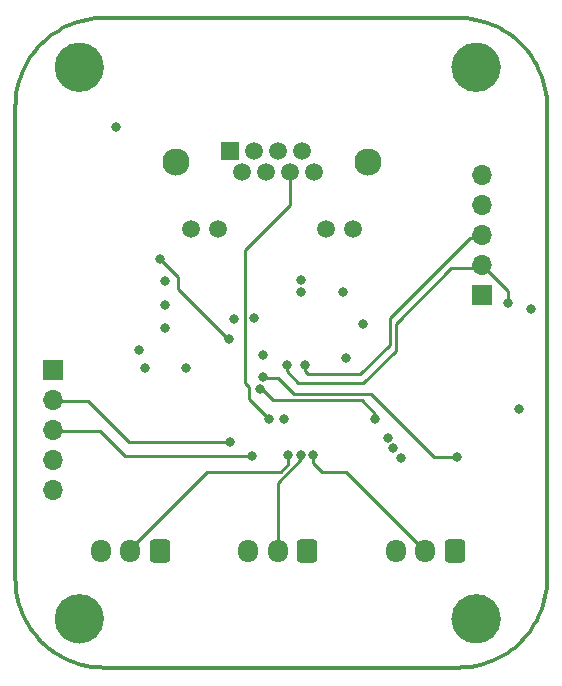
<source format=gbr>
%TF.GenerationSoftware,KiCad,Pcbnew,6.0.10+dfsg-1~bpo11+1*%
%TF.CreationDate,2023-01-30T12:17:40-06:00*%
%TF.ProjectId,Pedals,50656461-6c73-42e6-9b69-6361645f7063,rev?*%
%TF.SameCoordinates,Original*%
%TF.FileFunction,Copper,L2,Inr*%
%TF.FilePolarity,Positive*%
%FSLAX46Y46*%
G04 Gerber Fmt 4.6, Leading zero omitted, Abs format (unit mm)*
G04 Created by KiCad (PCBNEW 6.0.10+dfsg-1~bpo11+1) date 2023-01-30 12:17:40*
%MOMM*%
%LPD*%
G01*
G04 APERTURE LIST*
G04 Aperture macros list*
%AMRoundRect*
0 Rectangle with rounded corners*
0 $1 Rounding radius*
0 $2 $3 $4 $5 $6 $7 $8 $9 X,Y pos of 4 corners*
0 Add a 4 corners polygon primitive as box body*
4,1,4,$2,$3,$4,$5,$6,$7,$8,$9,$2,$3,0*
0 Add four circle primitives for the rounded corners*
1,1,$1+$1,$2,$3*
1,1,$1+$1,$4,$5*
1,1,$1+$1,$6,$7*
1,1,$1+$1,$8,$9*
0 Add four rect primitives between the rounded corners*
20,1,$1+$1,$2,$3,$4,$5,0*
20,1,$1+$1,$4,$5,$6,$7,0*
20,1,$1+$1,$6,$7,$8,$9,0*
20,1,$1+$1,$8,$9,$2,$3,0*%
G04 Aperture macros list end*
%TA.AperFunction,Profile*%
%ADD10C,0.349999*%
%TD*%
%TA.AperFunction,Profile*%
%ADD11C,2.075000*%
%TD*%
%TA.AperFunction,ComponentPad*%
%ADD12RoundRect,0.250000X0.600000X0.725000X-0.600000X0.725000X-0.600000X-0.725000X0.600000X-0.725000X0*%
%TD*%
%TA.AperFunction,ComponentPad*%
%ADD13O,1.700000X1.950000*%
%TD*%
%TA.AperFunction,ComponentPad*%
%ADD14R,1.500000X1.500000*%
%TD*%
%TA.AperFunction,ComponentPad*%
%ADD15C,1.500000*%
%TD*%
%TA.AperFunction,ComponentPad*%
%ADD16C,2.300000*%
%TD*%
%TA.AperFunction,ComponentPad*%
%ADD17R,1.700000X1.700000*%
%TD*%
%TA.AperFunction,ComponentPad*%
%ADD18O,1.700000X1.700000*%
%TD*%
%TA.AperFunction,ViaPad*%
%ADD19C,0.800000*%
%TD*%
%TA.AperFunction,Conductor*%
%ADD20C,0.250000*%
%TD*%
G04 APERTURE END LIST*
D10*
X125183550Y-75797418D02*
X125363960Y-75478420D01*
X166262042Y-73300778D02*
X166553182Y-73527581D01*
X124624190Y-121510361D02*
X124526193Y-121157226D01*
X124336701Y-78587814D02*
X124382194Y-78221573D01*
X161799997Y-71829097D02*
X162171901Y-71838314D01*
X129971872Y-126602905D02*
X129618736Y-126504908D01*
X131058717Y-71865797D02*
X131428097Y-71838314D01*
X169299997Y-79329097D02*
X169299997Y-119329097D01*
X168416448Y-75797418D02*
X168580885Y-76124473D01*
X126766193Y-124888857D02*
X126496700Y-124632400D01*
X129971872Y-72055289D02*
X130329990Y-71974539D01*
X167359757Y-74295289D02*
X167601514Y-74575913D01*
X163270007Y-71974539D02*
X163628126Y-72055289D01*
X169290780Y-119701000D02*
X169263297Y-120070380D01*
X163981261Y-126504908D02*
X163628126Y-126602905D01*
X124382194Y-78221573D02*
X124445443Y-77859086D01*
X131800000Y-126829097D02*
X131428097Y-126819879D01*
X127337956Y-73300778D02*
X127638996Y-73089185D01*
X131428097Y-126819879D02*
X131058717Y-126792397D01*
X126240242Y-74295289D02*
X126496700Y-74025796D01*
X165650675Y-125765138D02*
X165331676Y-125945548D01*
X169154555Y-120799107D02*
X169073805Y-121157226D01*
X168580885Y-76124473D02*
X168729094Y-76458971D01*
X124870904Y-76458971D02*
X125019113Y-76124473D01*
X166553182Y-73527581D02*
X166833806Y-73769338D01*
X163628126Y-72055289D02*
X163981261Y-72153286D01*
X127949323Y-72893056D02*
X128268322Y-72712646D01*
X168860820Y-121857898D02*
X168729094Y-122199223D01*
X125363960Y-123179774D02*
X125183550Y-122860776D01*
X167601514Y-124082282D02*
X167359757Y-124362906D01*
X129618736Y-126504908D02*
X129271199Y-126389919D01*
X124336701Y-120070380D02*
X124309218Y-119701000D01*
X130692477Y-71911290D02*
X131058717Y-71865797D01*
X161799997Y-126829097D02*
X131800000Y-126829097D01*
X125998484Y-124082282D02*
X125771682Y-123791142D01*
X169073805Y-77500968D02*
X169154555Y-77859086D01*
X163628126Y-126602905D02*
X163270007Y-126683655D01*
X168975808Y-77147833D02*
X169073805Y-77500968D01*
X164328798Y-126389919D02*
X163981261Y-126504908D01*
X127337956Y-125357417D02*
X127046816Y-125130614D01*
X124309218Y-119701000D02*
X124300001Y-119329097D01*
D11*
X130737500Y-76000000D02*
G75*
G03*
X130737500Y-76000000I-1037500J0D01*
G01*
D10*
X161799997Y-71829097D02*
X161799997Y-71829097D01*
X129618736Y-72153286D02*
X129971872Y-72055289D01*
X125771682Y-123791142D02*
X125560089Y-123490101D01*
X124300001Y-79329097D02*
X124309218Y-78957193D01*
X127046816Y-125130614D02*
X126766193Y-124888857D01*
X124739178Y-76800295D02*
X124870904Y-76458971D01*
X126496700Y-124632400D02*
X126240242Y-124362906D01*
X166553182Y-125130614D02*
X166262042Y-125357417D01*
X165650675Y-72893056D02*
X165961002Y-73089185D01*
X169263297Y-120070380D02*
X169217804Y-120436620D01*
X127638996Y-125569009D02*
X127337956Y-125357417D01*
X130329990Y-126683655D02*
X129971872Y-126602905D01*
X124739178Y-121857898D02*
X124624190Y-121510361D01*
X128595377Y-72548209D02*
X128929874Y-72400000D01*
X167103300Y-74025796D02*
X167359757Y-74295289D01*
X162541280Y-71865797D02*
X162907520Y-71911290D01*
X162171901Y-71838314D02*
X162541280Y-71865797D01*
X166833806Y-73769338D02*
X167103300Y-74025796D01*
X162907520Y-71911290D02*
X163270007Y-71974539D01*
X131058717Y-126792397D02*
X130692477Y-126746904D01*
X124382194Y-120436620D02*
X124336701Y-120070380D01*
X168729094Y-122199223D02*
X168580885Y-122533720D01*
X165961002Y-73089185D02*
X166262042Y-73300778D01*
X125560089Y-123490101D02*
X125363960Y-123179774D01*
X165004621Y-72548209D02*
X165331676Y-72712646D01*
X168729094Y-76458971D02*
X168860820Y-76800295D01*
X168416448Y-122860776D02*
X168236038Y-123179774D01*
X164670123Y-72400000D02*
X165004621Y-72548209D01*
X163981261Y-72153286D02*
X164328798Y-72268274D01*
X165331676Y-72712646D02*
X165650675Y-72893056D01*
X126766193Y-73769338D02*
X127046816Y-73527581D01*
X129271199Y-72268274D02*
X129618736Y-72153286D01*
X165331676Y-125945548D02*
X165004621Y-126109985D01*
X169299997Y-119329097D02*
X169290780Y-119701000D01*
X126240242Y-124362906D02*
X125998484Y-124082282D01*
X131800000Y-71829097D02*
X161799997Y-71829097D01*
X126496700Y-74025796D02*
X126766193Y-73769338D01*
X169073805Y-121157226D02*
X168975808Y-121510361D01*
X166262042Y-125357417D02*
X165961002Y-125569009D01*
D11*
X164337500Y-76000000D02*
G75*
G03*
X164337500Y-76000000I-1037500J0D01*
G01*
D10*
X168236038Y-123179774D02*
X168039910Y-123490101D01*
X169154555Y-77859086D02*
X169217804Y-78221573D01*
X169217804Y-120436620D02*
X169154555Y-120799107D01*
X129271199Y-126389919D02*
X128929874Y-126258193D01*
X167828317Y-123791142D02*
X167601514Y-124082282D01*
X124445443Y-77859086D02*
X124526193Y-77500968D01*
X128268322Y-125945548D02*
X127949323Y-125765138D01*
X165004621Y-126109985D02*
X164670123Y-126258193D01*
X168236038Y-75478420D02*
X168416448Y-75797418D01*
X130329990Y-71974539D02*
X130692477Y-71911290D01*
X126496700Y-124632400D02*
X126496700Y-124632400D01*
X124526193Y-77500968D02*
X124624190Y-77147833D01*
X168975808Y-121510361D02*
X168860820Y-121857898D01*
X124526193Y-121157226D02*
X124445443Y-120799107D01*
X169290780Y-78957193D02*
X169299997Y-79329097D01*
X131428097Y-71838314D02*
X131800000Y-71829097D01*
X127046816Y-73527581D02*
X127337956Y-73300778D01*
X131800000Y-71829097D02*
X131800000Y-71829097D01*
X166833806Y-124888857D02*
X166553182Y-125130614D01*
X125183550Y-122860776D02*
X125019113Y-122533720D01*
X162541280Y-126792397D02*
X162171901Y-126819879D01*
X125771682Y-74867052D02*
X125998484Y-74575913D01*
X127638996Y-73089185D02*
X127949323Y-72893056D01*
X128929874Y-126258193D02*
X128595377Y-126109985D01*
X168039910Y-75168093D02*
X168236038Y-75478420D01*
X169299997Y-79329097D02*
X169299997Y-79329097D01*
X130692477Y-126746904D02*
X130329990Y-126683655D01*
X163270007Y-126683655D02*
X162907520Y-126746904D01*
X161799997Y-126829097D02*
X161799997Y-126829097D01*
D11*
X130737500Y-122700000D02*
G75*
G03*
X130737500Y-122700000I-1037500J0D01*
G01*
D10*
X167359757Y-124362906D02*
X167103300Y-124632400D01*
X124624190Y-77147833D02*
X124739178Y-76800295D01*
X125560089Y-75168093D02*
X125771682Y-74867052D01*
X125998484Y-74575913D02*
X126240242Y-74295289D01*
X167828317Y-74867052D02*
X168039910Y-75168093D01*
X165961002Y-125569009D02*
X165650675Y-125765138D01*
X127949323Y-125765138D02*
X127638996Y-125569009D01*
X125363960Y-75478420D02*
X125560089Y-75168093D01*
X128595377Y-126109985D02*
X128268322Y-125945548D01*
X164670123Y-126258193D02*
X164328798Y-126389919D01*
X131800000Y-126829097D02*
X131800000Y-126829097D01*
X168580885Y-122533720D02*
X168416448Y-122860776D01*
X124445443Y-120799107D02*
X124382194Y-120436620D01*
X167103300Y-74025796D02*
X167103300Y-74025796D01*
X128268322Y-72712646D02*
X128595377Y-72548209D01*
D11*
X164337500Y-122700000D02*
G75*
G03*
X164337500Y-122700000I-1037500J0D01*
G01*
D10*
X169263297Y-78587814D02*
X169290780Y-78957193D01*
X169299997Y-119329097D02*
X169299997Y-119329097D01*
X168039910Y-123490101D02*
X167828317Y-123791142D01*
X162907520Y-126746904D02*
X162541280Y-126792397D01*
X124300001Y-79329097D02*
X124300001Y-79329097D01*
X124309218Y-78957193D02*
X124336701Y-78587814D01*
X168860820Y-76800295D02*
X168975808Y-77147833D01*
X125019113Y-122533720D02*
X124870904Y-122199223D01*
X164328798Y-72268274D02*
X164670123Y-72400000D01*
X128929874Y-72400000D02*
X129271199Y-72268274D01*
X126496700Y-74025796D02*
X126496700Y-74025796D01*
X162171901Y-126819879D02*
X161799997Y-126829097D01*
X124870904Y-122199223D02*
X124739178Y-121857898D01*
X124300001Y-119329097D02*
X124300001Y-79329097D01*
X167103300Y-124632400D02*
X166833806Y-124888857D01*
X167601514Y-74575913D02*
X167828317Y-74867052D01*
X167103300Y-124632400D02*
X167103300Y-124632400D01*
X169217804Y-78221573D02*
X169263297Y-78587814D01*
X125019113Y-76124473D02*
X125183550Y-75797418D01*
D12*
%TO.N,+3.3V*%
%TO.C,BRAKE1*%
X149000000Y-116935000D03*
D13*
%TO.N,/BRAKE*%
X146500000Y-116935000D03*
%TO.N,GNDREF*%
X144000000Y-116935000D03*
%TD*%
D12*
%TO.N,+3.3V*%
%TO.C,CLUTCH1*%
X161500000Y-116967500D03*
D13*
%TO.N,/CLUTCH*%
X159000000Y-116967500D03*
%TO.N,GNDREF*%
X156500000Y-116967500D03*
%TD*%
D14*
%TO.N,GNDREF*%
%TO.C,DATA1*%
X142440000Y-83125000D03*
D15*
%TO.N,/MOSI*%
X143456000Y-84905000D03*
%TO.N,/BOOT*%
X144472000Y-83125000D03*
%TO.N,/MISO*%
X145488000Y-84905000D03*
%TO.N,unconnected-(DATA1-Pad5)*%
X146504000Y-83125000D03*
%TO.N,/CS_PDL*%
X147520000Y-84905000D03*
%TO.N,+5V*%
X148536000Y-83125000D03*
%TO.N,/SCKL*%
X149552000Y-84905000D03*
%TO.N,unconnected-(DATA1-Pad9)*%
X139140000Y-89725000D03*
%TO.N,unconnected-(DATA1-Pad10)*%
X141430000Y-89725000D03*
%TO.N,unconnected-(DATA1-Pad11)*%
X150570000Y-89725000D03*
%TO.N,unconnected-(DATA1-Pad12)*%
X152860000Y-89725000D03*
D16*
%TO.N,GNDREF*%
X137870000Y-84015000D03*
X154130000Y-84015000D03*
%TD*%
D17*
%TO.N,GNDREF*%
%TO.C,UART_PGRM1*%
X127500000Y-101600000D03*
D18*
%TO.N,/USART_TX*%
X127500000Y-104140000D03*
%TO.N,/USART_RX*%
X127500000Y-106680000D03*
%TO.N,+3.3V*%
X127500000Y-109220000D03*
%TO.N,unconnected-(UART_PGRM1-Pad5)*%
X127500000Y-111760000D03*
%TD*%
D12*
%TO.N,+3.3V*%
%TO.C,ACCEL1*%
X136500000Y-116967500D03*
D13*
%TO.N,/ACCEL*%
X134000000Y-116967500D03*
%TO.N,GNDREF*%
X131500000Y-116967500D03*
%TD*%
D17*
%TO.N,GNDREF*%
%TO.C,ST-LINK1*%
X163800000Y-95300000D03*
D18*
%TO.N,/SWCLK*%
X163800000Y-92760000D03*
%TO.N,/SWDIO*%
X163800000Y-90220000D03*
%TO.N,/NRST*%
X163800000Y-87680000D03*
%TO.N,+3.3V*%
X163800000Y-85140000D03*
%TD*%
D19*
%TO.N,GNDREF*%
X156950000Y-109050000D03*
X156250000Y-108250000D03*
X155850000Y-107400000D03*
%TO.N,/NRST*%
X161700000Y-109000000D03*
X166900000Y-104900000D03*
X145250000Y-102250000D03*
%TO.N,/USART_TX*%
X142500000Y-107700000D03*
%TO.N,/SWCLK*%
X147250000Y-101250000D03*
X166000000Y-96000000D03*
%TO.N,/SWDIO*%
X148800000Y-101200000D03*
%TO.N,/MODE*%
X136500000Y-92200000D03*
X142400000Y-99000000D03*
%TO.N,+3.3V*%
X135250000Y-101500000D03*
X138750000Y-101500000D03*
X132800000Y-81100000D03*
X167950000Y-96500000D03*
%TO.N,GNDREF*%
X148500000Y-94000000D03*
X134800000Y-99900000D03*
X152000000Y-95000000D03*
X153750000Y-97750000D03*
X148500000Y-95000000D03*
%TO.N,/CLUTCH*%
X149500000Y-108800000D03*
%TO.N,/ACCEL*%
X147400000Y-108800000D03*
%TO.N,/BRAKE*%
X148500000Y-108800000D03*
%TO.N,/MISO*%
X147000000Y-105750000D03*
%TO.N,/MOSI*%
X152300000Y-100600000D03*
%TO.N,/CS_PDL*%
X145750000Y-105750000D03*
%TO.N,/SCKL*%
X145000000Y-103250000D03*
X154750000Y-105750000D03*
%TO.N,/USART_RX*%
X144300000Y-108900000D03*
%TO.N,/IND0*%
X137000000Y-96100000D03*
X145300000Y-100400000D03*
%TO.N,/IND1*%
X137000000Y-98100000D03*
X144500000Y-97200000D03*
%TO.N,/IND2*%
X142800000Y-97300000D03*
X137000000Y-94100000D03*
%TD*%
D20*
%TO.N,/NRST*%
X161700000Y-109000000D02*
X159700000Y-109000000D01*
X145300000Y-102300000D02*
X145250000Y-102250000D01*
X146500000Y-102300000D02*
X145300000Y-102300000D01*
X154400000Y-103700000D02*
X147900000Y-103700000D01*
X147900000Y-103700000D02*
X146500000Y-102300000D01*
X159700000Y-109000000D02*
X154400000Y-103700000D01*
%TO.N,/USART_TX*%
X142500000Y-107700000D02*
X133900000Y-107700000D01*
X133900000Y-107700000D02*
X130440000Y-104240000D01*
X130440000Y-104240000D02*
X127525000Y-104240000D01*
%TO.N,/SWCLK*%
X153750000Y-102750000D02*
X156500000Y-100000000D01*
X147250000Y-101250000D02*
X147250000Y-101750000D01*
X166000000Y-96000000D02*
X166000000Y-94960000D01*
X147250000Y-101750000D02*
X148250000Y-102750000D01*
X148250000Y-102750000D02*
X153750000Y-102750000D01*
X156500000Y-97750000D02*
X161215000Y-93035000D01*
X166000000Y-94960000D02*
X163800000Y-92760000D01*
X161215000Y-93035000D02*
X163750000Y-93035000D01*
X156500000Y-100000000D02*
X156500000Y-97750000D01*
%TO.N,/SWDIO*%
X163750000Y-90495000D02*
X162755000Y-90495000D01*
X148800000Y-101700000D02*
X148800000Y-101200000D01*
X156000000Y-97250000D02*
X156000000Y-99500000D01*
X156000000Y-99500000D02*
X153500000Y-102000000D01*
X153500000Y-102000000D02*
X149100000Y-102000000D01*
X149100000Y-102000000D02*
X148800000Y-101700000D01*
X162755000Y-90495000D02*
X156000000Y-97250000D01*
%TO.N,/MODE*%
X138100000Y-93800000D02*
X136500000Y-92200000D01*
X138100000Y-94800000D02*
X138100000Y-93800000D01*
X142300000Y-99000000D02*
X138100000Y-94800000D01*
X142400000Y-99000000D02*
X142300000Y-99000000D01*
%TO.N,/CLUTCH*%
X149500000Y-109500000D02*
X150250000Y-110250000D01*
X150250000Y-110250000D02*
X152282500Y-110250000D01*
X152282500Y-110250000D02*
X159000000Y-116967500D01*
X149500000Y-108800000D02*
X149500000Y-109500000D01*
%TO.N,/ACCEL*%
X140500000Y-110250000D02*
X146750000Y-110250000D01*
X147400000Y-109600000D02*
X146750000Y-110250000D01*
X134000000Y-116967500D02*
X134000000Y-116750000D01*
X147400000Y-108800000D02*
X147400000Y-109600000D01*
X134000000Y-116750000D02*
X140500000Y-110250000D01*
%TO.N,/BRAKE*%
X148500000Y-108800000D02*
X148500000Y-109200000D01*
X146500000Y-111200000D02*
X146500000Y-116935000D01*
X148500000Y-109200000D02*
X146500000Y-111200000D01*
%TO.N,/CS_PDL*%
X144100000Y-104100000D02*
X145750000Y-105750000D01*
X143700000Y-91500000D02*
X143700000Y-102700000D01*
X147520000Y-84905000D02*
X147520000Y-87680000D01*
X147520000Y-87680000D02*
X143700000Y-91500000D01*
X144100000Y-103100000D02*
X144100000Y-104100000D01*
X143700000Y-102700000D02*
X144100000Y-103100000D01*
%TO.N,/SCKL*%
X154750000Y-105750000D02*
X154750000Y-105350000D01*
X145150000Y-103250000D02*
X145000000Y-103250000D01*
X153600000Y-104200000D02*
X146100000Y-104200000D01*
X146100000Y-104200000D02*
X145150000Y-103250000D01*
X154750000Y-105350000D02*
X153600000Y-104200000D01*
%TO.N,/USART_RX*%
X131480000Y-106780000D02*
X133600000Y-108900000D01*
X133600000Y-108900000D02*
X144300000Y-108900000D01*
X127525000Y-106780000D02*
X131480000Y-106780000D01*
%TD*%
M02*

</source>
